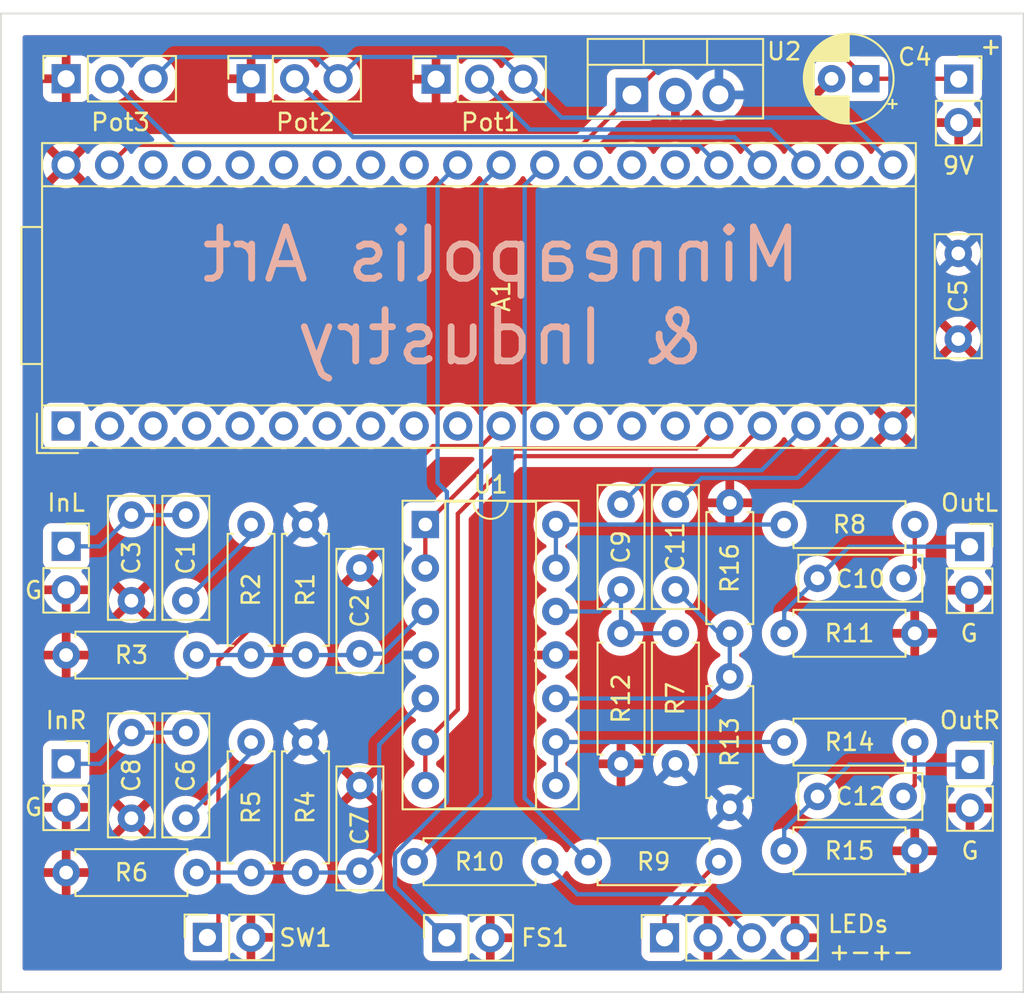
<source format=kicad_pcb>
(kicad_pcb (version 20240108) (generator "pcbnew") (generator_version "8.0")
  (layers (0 "F.Cu" signal) (31 "B.Cu" signal) (34 "B.Paste" user) (35 "F.Paste" user) (36 "B.SilkS" user "B.Silkscreen") (37 "F.SilkS" user "F.Silkscreen") (38 "B.Mask" user) (39 "F.Mask" user) (44 "Edge.Cuts" user))
  (net 0 "")
  (net 26 "GND")
  (net 27 "+9V")
  (net 28 "Net-(A1-Pad31)")
  (net 29 "Net-(A1-Pad30)")
  (net 30 "Net-(A1-Pad29)")
  (net 31 "Net-(A1-Pad25)")
  (net 32 "Net-(A1-Pad24)")
  (net 33 "Net-(A1-Pad23)")
  (net 34 "+3V3")
  (net 35 "Net-(A1-Pad19)")
  (net 36 "Net-(A1-Pad18)")
  (net 37 "Net-(A1-Pad17)")
  (net 38 "Net-(A1-Pad16)")
  (net 39 "Net-(A1-Pad11)")
  (net 40 "Net-(C1-Pad1)")
  (net 41 "Net-(C1-Pad2)")
  (net 42 "Net-(C2-Pad1)")
  (net 43 "+5V")
  (net 44 "Net-(C6-Pad1)")
  (net 45 "Net-(C6-Pad2)")
  (net 46 "Net-(C7-Pad1)")
  (net 47 "Net-(C9-Pad2)")
  (net 48 "Net-(C10-Pad1)")
  (net 49 "Net-(C10-Pad2)")
  (net 50 "Net-(C11-Pad2)")
  (net 51 "Net-(C12-Pad1)")
  (net 52 "Net-(C12-Pad2)")
  (net 53 "Net-(J6-Pad1)")
  (net 54 "Net-(J6-Pad3)")
  (net 55 "Net-(R8-Pad1)")
  (net 56 "Net-(R14-Pad1)")
  (footprint "Resistor_THT:R_Axial_DIN0207_L6.3mm_D2.5mm_P7.62mm_Horizontal" (layer "F.Cu") (at 140.335 118.745 -90)
    (property "Reference" "R4" (at 3.81 0 90) (layer "F.SilkS"))
    (property "Value" "1M")
    (pad "1" thru_hole circle (at 0 0 270) (size 1.6 1.6) (drill 0.8) (layers "*.Cu" "*.Mask") (net 43 "+5V"))
    (pad "2" thru_hole oval (at 7.62 0 270) (size 1.6 1.6) (drill 0.8) (layers "*.Cu" "*.Mask") (net 46 "Net-(C7-Pad1)"))
  )
  (footprint "Package_TO_SOT_THT:TO-220-3_Vertical" (layer "F.Cu") (at 159.385 80.955)
    (property "Reference" "U2" (at 8.89 -2.54 0) (layer "F.SilkS"))
    (property "Value" "LM7805_TO220")
    (pad "1" thru_hole rect (at 0 0) (size 1.905 2) (drill 1.1) (layers "*.Cu" "*.Mask") (net 27 "+9V"))
    (pad "2" thru_hole oval (at 2.54 0) (size 1.905 2) (drill 1.1) (layers "*.Cu" "*.Mask") (net 26 "GND"))
    (pad "3" thru_hole oval (at 5.08 0) (size 1.905 2) (drill 1.1) (layers "*.Cu" "*.Mask") (net 43 "+5V"))
  )
  (footprint "Resistor_THT:R_Axial_DIN0207_L6.3mm_D2.5mm_P7.62mm_Horizontal" (layer "F.Cu") (at 168.275 118.745)
    (property "Reference" "R14" (at 3.81 0 0) (layer "F.SilkS"))
    (property "Value" "100R")
    (pad "1" thru_hole circle (at 0 0) (size 1.6 1.6) (drill 0.8) (layers "*.Cu" "*.Mask") (net 56 "Net-(R14-Pad1)"))
    (pad "2" thru_hole oval (at 7.62 0) (size 1.6 1.6) (drill 0.8) (layers "*.Cu" "*.Mask") (net 51 "Net-(C12-Pad1)"))
  )
  (footprint "Capacitor_THT:C_Rect_L7.0mm_W2.5mm_P5.00mm" (layer "F.Cu") (at 175.22 109.18 180)
    (property "Reference" "C10" (at 2.5 -0.04 0) (layer "F.SilkS"))
    (property "Value" "1u")
    (pad "1" thru_hole circle (at 0 0 180) (size 1.6 1.6) (drill 0.8) (layers "*.Cu" "*.Mask") (net 48 "Net-(C10-Pad1)"))
    (pad "2" thru_hole circle (at 5 0 180) (size 1.6 1.6) (drill 0.8) (layers "*.Cu" "*.Mask") (net 49 "Net-(C10-Pad2)"))
  )
  (footprint "Connector_PinSocket_2.54mm:PinSocket_1x02_P2.54mm_Vertical" (layer "F.Cu") (at 179.12 120.055)
    (property "Reference" "J11" (hide yes))
    (property "Value" "OutR")
    (pad "1" thru_hole rect (at 0 0) (size 1.7 1.7) (drill 1) (layers "*.Cu" "*.Mask") (net 52 "Net-(C12-Pad2)"))
    (pad "2" thru_hole oval (at 0 2.54) (size 1.7 1.7) (drill 1) (layers "*.Cu" "*.Mask") (net 26 "GND"))
  )
  (footprint "Connector_PinSocket_2.54mm:PinSocket_1x02_P2.54mm_Vertical" (layer "F.Cu") (at 179.095 107.335)
    (property "Reference" "J5" (hide yes))
    (property "Value" "OutL")
    (pad "1" thru_hole rect (at 0 0) (size 1.7 1.7) (drill 1) (layers "*.Cu" "*.Mask") (net 49 "Net-(C10-Pad2)"))
    (pad "2" thru_hole oval (at 0 2.54) (size 1.7 1.7) (drill 1) (layers "*.Cu" "*.Mask") (net 26 "GND"))
  )
  (footprint "Capacitor_THT:C_Rect_L7.0mm_W2.5mm_P5.00mm" (layer "F.Cu") (at 143.51 113.585 90)
    (property "Reference" "C2" (at 2.5 0 90) (layer "F.SilkS"))
    (property "Value" "1n")
    (pad "1" thru_hole circle (at 0 0 90) (size 1.6 1.6) (drill 0.8) (layers "*.Cu" "*.Mask") (net 42 "Net-(C2-Pad1)"))
    (pad "2" thru_hole circle (at 5 0 90) (size 1.6 1.6) (drill 0.8) (layers "*.Cu" "*.Mask") (net 26 "GND"))
  )
  (footprint "Connector_PinSocket_2.54mm:PinSocket_1x03_P2.54mm_Vertical" (layer "F.Cu") (at 147.955 80.035 90)
    (property "Reference" "J7" (hide yes))
    (property "Value" "Pot1")
    (pad "1" thru_hole rect (at 0 0 90) (size 1.7 1.7) (drill 1) (layers "*.Cu" "*.Mask") (net 26 "GND"))
    (pad "2" thru_hole oval (at 0 2.54 90) (size 1.7 1.7) (drill 1) (layers "*.Cu" "*.Mask") (net 33 "Net-(A1-Pad23)"))
    (pad "3" thru_hole oval (at 0 5.08 90) (size 1.7 1.7) (drill 1) (layers "*.Cu" "*.Mask") (net 34 "+3V3"))
  )
  (footprint "Connector_PinSocket_2.54mm:PinSocket_1x03_P2.54mm_Vertical" (layer "F.Cu") (at 126.365 80.01 90)
    (property "Reference" "J9" (hide yes))
    (property "Value" "Pot3")
    (pad "1" thru_hole rect (at 0 0 90) (size 1.7 1.7) (drill 1) (layers "*.Cu" "*.Mask") (net 26 "GND"))
    (pad "2" thru_hole oval (at 0 2.54 90) (size 1.7 1.7) (drill 1) (layers "*.Cu" "*.Mask") (net 31 "Net-(A1-Pad25)"))
    (pad "3" thru_hole oval (at 0 5.08 90) (size 1.7 1.7) (drill 1) (layers "*.Cu" "*.Mask") (net 34 "+3V3"))
  )
  (footprint "Capacitor_THT:C_Rect_L7.0mm_W2.5mm_P5.00mm" (layer "F.Cu") (at 161.925 104.855 -90)
    (property "Reference" "C11" (at 2.5 0 90) (layer "F.SilkS"))
    (property "Value" "1u")
    (pad "1" thru_hole circle (at 0 0 270) (size 1.6 1.6) (drill 0.8) (layers "*.Cu" "*.Mask") (net 35 "Net-(A1-Pad19)"))
    (pad "2" thru_hole circle (at 5 0 270) (size 1.6 1.6) (drill 0.8) (layers "*.Cu" "*.Mask") (net 50 "Net-(C11-Pad2)"))
  )
  (footprint "Capacitor_THT:C_Rect_L7.0mm_W2.5mm_P5.00mm" (layer "F.Cu") (at 143.51 126.285 90)
    (property "Reference" "C7" (at 2.5 0 90) (layer "F.SilkS"))
    (property "Value" "1n")
    (pad "1" thru_hole circle (at 0 0 90) (size 1.6 1.6) (drill 0.8) (layers "*.Cu" "*.Mask") (net 46 "Net-(C7-Pad1)"))
    (pad "2" thru_hole circle (at 5 0 90) (size 1.6 1.6) (drill 0.8) (layers "*.Cu" "*.Mask") (net 26 "GND"))
  )
  (footprint "Resistor_THT:R_Axial_DIN0207_L6.3mm_D2.5mm_P7.62mm_Horizontal" (layer "F.Cu") (at 140.335 106.045 -90)
    (property "Reference" "R1" (at 3.81 0 90) (layer "F.SilkS"))
    (property "Value" "1M")
    (pad "1" thru_hole circle (at 0 0 270) (size 1.6 1.6) (drill 0.8) (layers "*.Cu" "*.Mask") (net 43 "+5V"))
    (pad "2" thru_hole oval (at 7.62 0 270) (size 1.6 1.6) (drill 0.8) (layers "*.Cu" "*.Mask") (net 42 "Net-(C2-Pad1)"))
  )
  (footprint "Connector_PinSocket_2.54mm:PinSocket_1x03_P2.54mm_Vertical" (layer "F.Cu") (at 137.16 80.01 90)
    (property "Reference" "J8" (hide yes))
    (property "Value" "Pot2")
    (pad "1" thru_hole rect (at 0 0 90) (size 1.7 1.7) (drill 1) (layers "*.Cu" "*.Mask") (net 26 "GND"))
    (pad "2" thru_hole oval (at 0 2.54 90) (size 1.7 1.7) (drill 1) (layers "*.Cu" "*.Mask") (net 32 "Net-(A1-Pad24)"))
    (pad "3" thru_hole oval (at 0 5.08 90) (size 1.7 1.7) (drill 1) (layers "*.Cu" "*.Mask") (net 34 "+3V3"))
  )
  (footprint "Connector_PinSocket_2.54mm:PinSocket_1x02_P2.54mm_Vertical" (layer "F.Cu") (at 178.46 80.03)
    (property "Reference" "J2" (hide yes))
    (property "Value" "Power")
    (pad "1" thru_hole rect (at 0 0) (size 1.7 1.7) (drill 1) (layers "*.Cu" "*.Mask") (net 27 "+9V"))
    (pad "2" thru_hole oval (at 0 2.54) (size 1.7 1.7) (drill 1) (layers "*.Cu" "*.Mask") (net 26 "GND"))
  )
  (footprint "Resistor_THT:R_Axial_DIN0207_L6.3mm_D2.5mm_P7.62mm_Horizontal" (layer "F.Cu") (at 137.16 118.745 -90)
    (property "Reference" "R5" (at 3.81 0 90) (layer "F.SilkS"))
    (property "Value" "1K")
    (pad "1" thru_hole circle (at 0 0 270) (size 1.6 1.6) (drill 0.8) (layers "*.Cu" "*.Mask") (net 44 "Net-(C6-Pad1)"))
    (pad "2" thru_hole oval (at 7.62 0 270) (size 1.6 1.6) (drill 0.8) (layers "*.Cu" "*.Mask") (net 46 "Net-(C7-Pad1)"))
  )
  (footprint "Connector_PinSocket_2.54mm:PinSocket_1x04_P2.54mm_Vertical" (layer "F.Cu") (at 161.29 130.175 90)
    (property "Reference" "J6" (hide yes))
    (property "Value" "LEDs")
    (pad "1" thru_hole rect (at 0 0 90) (size 1.7 1.7) (drill 1) (layers "*.Cu" "*.Mask") (net 53 "Net-(J6-Pad1)"))
    (pad "2" thru_hole oval (at 0 2.54 90) (size 1.7 1.7) (drill 1) (layers "*.Cu" "*.Mask") (net 26 "GND"))
    (pad "3" thru_hole oval (at 0 5.08 90) (size 1.7 1.7) (drill 1) (layers "*.Cu" "*.Mask") (net 54 "Net-(J6-Pad3)"))
    (pad "4" thru_hole oval (at 0 7.62 90) (size 1.7 1.7) (drill 1) (layers "*.Cu" "*.Mask") (net 26 "GND"))
  )
  (footprint "Resistor_THT:R_Axial_DIN0207_L6.3mm_D2.5mm_P7.62mm_Horizontal" (layer "F.Cu") (at 154.305 125.73 180)
    (property "Reference" "R10" (at 3.81 0 0) (layer "F.SilkS"))
    (property "Value" "3K3")
    (pad "1" thru_hole circle (at 0 0 180) (size 1.6 1.6) (drill 0.8) (layers "*.Cu" "*.Mask") (net 54 "Net-(J6-Pad3)"))
    (pad "2" thru_hole oval (at 7.62 0 180) (size 1.6 1.6) (drill 0.8) (layers "*.Cu" "*.Mask") (net 29 "Net-(A1-Pad30)"))
  )
  (footprint "Resistor_THT:R_Axial_DIN0207_L6.3mm_D2.5mm_P7.62mm_Horizontal" (layer "F.Cu") (at 133.985 113.665 180)
    (property "Reference" "R3" (at 3.81 0 0) (layer "F.SilkS"))
    (property "Value" "1M")
    (pad "1" thru_hole circle (at 0 0 180) (size 1.6 1.6) (drill 0.8) (layers "*.Cu" "*.Mask") (net 42 "Net-(C2-Pad1)"))
    (pad "2" thru_hole oval (at 7.62 0 180) (size 1.6 1.6) (drill 0.8) (layers "*.Cu" "*.Mask") (net 26 "GND"))
  )
  (footprint "Resistor_THT:R_Axial_DIN0207_L6.3mm_D2.5mm_P7.62mm_Horizontal" (layer "F.Cu") (at 165.1 122.555 90)
    (property "Reference" "R13" (at 3.81 0 90) (layer "F.SilkS"))
    (property "Value" "1M")
    (pad "1" thru_hole circle (at 0 0 90) (size 1.6 1.6) (drill 0.8) (layers "*.Cu" "*.Mask") (net 43 "+5V"))
    (pad "2" thru_hole oval (at 7.62 0 90) (size 1.6 1.6) (drill 0.8) (layers "*.Cu" "*.Mask") (net 50 "Net-(C11-Pad2)"))
  )
  (footprint "Resistor_THT:R_Axial_DIN0207_L6.3mm_D2.5mm_P7.62mm_Horizontal" (layer "F.Cu") (at 165.1 112.395 90)
    (property "Reference" "R16" (at 3.81 0 90) (layer "F.SilkS"))
    (property "Value" "1M")
    (pad "1" thru_hole circle (at 0 0 90) (size 1.6 1.6) (drill 0.8) (layers "*.Cu" "*.Mask") (net 50 "Net-(C11-Pad2)"))
    (pad "2" thru_hole oval (at 7.62 0 90) (size 1.6 1.6) (drill 0.8) (layers "*.Cu" "*.Mask") (net 26 "GND"))
  )
  (footprint "Capacitor_THT:C_Rect_L7.0mm_W2.5mm_P5.00mm" (layer "F.Cu") (at 175.22 121.92 180)
    (property "Reference" "C12" (at 2.5 0 0) (layer "F.SilkS"))
    (property "Value" "1u")
    (pad "1" thru_hole circle (at 0 0 180) (size 1.6 1.6) (drill 0.8) (layers "*.Cu" "*.Mask") (net 51 "Net-(C12-Pad1)"))
    (pad "2" thru_hole circle (at 5 0 180) (size 1.6 1.6) (drill 0.8) (layers "*.Cu" "*.Mask") (net 52 "Net-(C12-Pad2)"))
  )
  (footprint "Capacitor_THT:C_Rect_L7.0mm_W2.5mm_P5.00mm" (layer "F.Cu") (at 178.435 90.21 -90)
    (property "Reference" "C5" (at 2.5 0 90) (layer "F.SilkS"))
    (property "Value" "100n")
    (pad "1" thru_hole circle (at 0 0 270) (size 1.6 1.6) (drill 0.8) (layers "*.Cu" "*.Mask") (net 43 "+5V"))
    (pad "2" thru_hole circle (at 5 0 270) (size 1.6 1.6) (drill 0.8) (layers "*.Cu" "*.Mask") (net 26 "GND"))
  )
  (footprint "Resistor_THT:R_Axial_DIN0207_L6.3mm_D2.5mm_P7.62mm_Horizontal" (layer "F.Cu") (at 158.75 112.395 -90)
    (property "Reference" "R12" (at 3.81 0 90) (layer "F.SilkS"))
    (property "Value" "1M")
    (pad "1" thru_hole circle (at 0 0 270) (size 1.6 1.6) (drill 0.8) (layers "*.Cu" "*.Mask") (net 47 "Net-(C9-Pad2)"))
    (pad "2" thru_hole oval (at 7.62 0 270) (size 1.6 1.6) (drill 0.8) (layers "*.Cu" "*.Mask") (net 26 "GND"))
  )
  (footprint "Connector_PinSocket_2.54mm:PinSocket_1x02_P2.54mm_Vertical" (layer "F.Cu") (at 126.365 107.315)
    (property "Reference" "J1" (hide yes))
    (property "Value" "In L")
    (pad "1" thru_hole rect (at 0 0) (size 1.7 1.7) (drill 1) (layers "*.Cu" "*.Mask") (net 41 "Net-(C1-Pad2)"))
    (pad "2" thru_hole oval (at 0 2.54) (size 1.7 1.7) (drill 1) (layers "*.Cu" "*.Mask") (net 26 "GND"))
  )
  (footprint "Capacitor_THT:C_Rect_L7.0mm_W2.5mm_P5.00mm" (layer "F.Cu") (at 133.35 110.49 90)
    (property "Reference" "C1" (at 2.5 0 90) (layer "F.SilkS"))
    (property "Value" "1u")
    (pad "1" thru_hole circle (at 0 0 90) (size 1.6 1.6) (drill 0.8) (layers "*.Cu" "*.Mask") (net 40 "Net-(C1-Pad1)"))
    (pad "2" thru_hole circle (at 5 0 90) (size 1.6 1.6) (drill 0.8) (layers "*.Cu" "*.Mask") (net 41 "Net-(C1-Pad2)"))
  )
  (footprint "Resistor_THT:R_Axial_DIN0207_L6.3mm_D2.5mm_P7.62mm_Horizontal" (layer "F.Cu") (at 168.275 125.095)
    (property "Reference" "R15" (at 3.81 0 0) (layer "F.SilkS"))
    (property "Value" "100K")
    (pad "1" thru_hole circle (at 0 0) (size 1.6 1.6) (drill 0.8) (layers "*.Cu" "*.Mask") (net 52 "Net-(C12-Pad2)"))
    (pad "2" thru_hole oval (at 7.62 0) (size 1.6 1.6) (drill 0.8) (layers "*.Cu" "*.Mask") (net 26 "GND"))
  )
  (footprint "Resistor_THT:R_Axial_DIN0207_L6.3mm_D2.5mm_P7.62mm_Horizontal" (layer "F.Cu") (at 168.275 112.395)
    (property "Reference" "R11" (at 3.81 0 0) (layer "F.SilkS"))
    (property "Value" "100K")
    (pad "1" thru_hole circle (at 0 0) (size 1.6 1.6) (drill 0.8) (layers "*.Cu" "*.Mask") (net 49 "Net-(C10-Pad2)"))
    (pad "2" thru_hole oval (at 7.62 0) (size 1.6 1.6) (drill 0.8) (layers "*.Cu" "*.Mask") (net 26 "GND"))
  )
  (footprint "Resistor_THT:R_Axial_DIN0207_L6.3mm_D2.5mm_P7.62mm_Horizontal" (layer "F.Cu") (at 137.16 106.045 -90)
    (property "Reference" "R2" (at 3.81 0 90) (layer "F.SilkS"))
    (property "Value" "1K")
    (pad "1" thru_hole circle (at 0 0 270) (size 1.6 1.6) (drill 0.8) (layers "*.Cu" "*.Mask") (net 40 "Net-(C1-Pad1)"))
    (pad "2" thru_hole oval (at 7.62 0 270) (size 1.6 1.6) (drill 0.8) (layers "*.Cu" "*.Mask") (net 42 "Net-(C2-Pad1)"))
  )
  (footprint "Resistor_THT:R_Axial_DIN0207_L6.3mm_D2.5mm_P7.62mm_Horizontal" (layer "F.Cu") (at 133.985 126.365 180)
    (property "Reference" "R6" (at 3.81 0 0) (layer "F.SilkS"))
    (property "Value" "1M")
    (pad "1" thru_hole circle (at 0 0 180) (size 1.6 1.6) (drill 0.8) (layers "*.Cu" "*.Mask") (net 46 "Net-(C7-Pad1)"))
    (pad "2" thru_hole oval (at 7.62 0 180) (size 1.6 1.6) (drill 0.8) (layers "*.Cu" "*.Mask") (net 26 "GND"))
  )
  (footprint "Resistor_THT:R_Axial_DIN0207_L6.3mm_D2.5mm_P7.62mm_Horizontal" (layer "F.Cu") (at 168.275 106.045)
    (property "Reference" "R8" (at 3.81 0 0) (layer "F.SilkS"))
    (property "Value" "100R")
    (pad "1" thru_hole circle (at 0 0) (size 1.6 1.6) (drill 0.8) (layers "*.Cu" "*.Mask") (net 55 "Net-(R8-Pad1)"))
    (pad "2" thru_hole oval (at 7.62 0) (size 1.6 1.6) (drill 0.8) (layers "*.Cu" "*.Mask") (net 48 "Net-(C10-Pad1)"))
  )
  (footprint "Resistor_THT:R_Axial_DIN0207_L6.3mm_D2.5mm_P7.62mm_Horizontal" (layer "F.Cu") (at 161.925 120.015 90)
    (property "Reference" "R7" (at 3.81 0 90) (layer "F.SilkS"))
    (property "Value" "1M")
    (pad "1" thru_hole circle (at 0 0 90) (size 1.6 1.6) (drill 0.8) (layers "*.Cu" "*.Mask") (net 43 "+5V"))
    (pad "2" thru_hole oval (at 7.62 0 90) (size 1.6 1.6) (drill 0.8) (layers "*.Cu" "*.Mask") (net 47 "Net-(C9-Pad2)"))
  )
  (footprint "Capacitor_THT:CP_Radial_D5.0mm_P2.00mm" (layer "F.Cu") (at 173.040113 80.01 180)
    (property "Reference" "C4" (at -2.854887 1.27 0) (layer "F.SilkS"))
    (property "Value" "100u")
    (pad "1" thru_hole rect (at 0 0 180) (size 1.6 1.6) (drill 0.8) (layers "*.Cu" "*.Mask") (net 27 "+9V"))
    (pad "2" thru_hole circle (at 2 0 180) (size 1.6 1.6) (drill 0.8) (layers "*.Cu" "*.Mask") (net 26 "GND"))
  )
  (footprint "Capacitor_THT:C_Rect_L7.0mm_W2.5mm_P5.00mm" (layer "F.Cu") (at 158.75 104.855 -90)
    (property "Reference" "C9" (at 2.5 0 90) (layer "F.SilkS"))
    (property "Value" "1u")
    (pad "1" thru_hole circle (at 0 0 270) (size 1.6 1.6) (drill 0.8) (layers "*.Cu" "*.Mask") (net 36 "Net-(A1-Pad18)"))
    (pad "2" thru_hole circle (at 5 0 270) (size 1.6 1.6) (drill 0.8) (layers "*.Cu" "*.Mask") (net 47 "Net-(C9-Pad2)"))
  )
  (footprint "Capacitor_THT:C_Rect_L7.0mm_W2.5mm_P5.00mm" (layer "F.Cu") (at 133.35 123.19 90)
    (property "Reference" "C6" (at 2.5 0 90) (layer "F.SilkS"))
    (property "Value" "1u")
    (pad "1" thru_hole circle (at 0 0 90) (size 1.6 1.6) (drill 0.8) (layers "*.Cu" "*.Mask") (net 44 "Net-(C6-Pad1)"))
    (pad "2" thru_hole circle (at 5 0 90) (size 1.6 1.6) (drill 0.8) (layers "*.Cu" "*.Mask") (net 45 "Net-(C6-Pad2)"))
  )
  (footprint "Resistor_THT:R_Axial_DIN0207_L6.3mm_D2.5mm_P7.62mm_Horizontal" (layer "F.Cu") (at 164.465 125.73 180)
    (property "Reference" "R9" (at 3.81 0 0) (layer "F.SilkS"))
    (property "Value" "3K3")
    (pad "1" thru_hole circle (at 0 0 180) (size 1.6 1.6) (drill 0.8) (layers "*.Cu" "*.Mask") (net 53 "Net-(J6-Pad1)"))
    (pad "2" thru_hole oval (at 7.62 0 180) (size 1.6 1.6) (drill 0.8) (layers "*.Cu" "*.Mask") (net 30 "Net-(A1-Pad29)"))
  )
  (footprint "Connector_PinSocket_2.54mm:PinSocket_1x02_P2.54mm_Vertical" (layer "F.Cu") (at 134.61 130.15 90)
    (property "Reference" "J4" (hide yes))
    (property "Value" "SW1")
    (pad "1" thru_hole rect (at 0 0 90) (size 1.7 1.7) (drill 1) (layers "*.Cu" "*.Mask") (net 39 "Net-(A1-Pad11)"))
    (pad "2" thru_hole oval (at 0 2.54 90) (size 1.7 1.7) (drill 1) (layers "*.Cu" "*.Mask") (net 26 "GND"))
  )
  (footprint "Connector_PinSocket_2.54mm:PinSocket_1x02_P2.54mm_Vertical" (layer "F.Cu") (at 148.58 130.175 90)
    (property "Reference" "J10" (hide yes))
    (property "Value" "FS1")
    (pad "1" thru_hole rect (at 0 0 90) (size 1.7 1.7) (drill 1) (layers "*.Cu" "*.Mask") (net 28 "Net-(A1-Pad31)"))
    (pad "2" thru_hole oval (at 0 2.54 90) (size 1.7 1.7) (drill 1) (layers "*.Cu" "*.Mask") (net 26 "GND"))
  )
  (footprint "Package_DIP:DIP-14_W7.62mm_Socket" (layer "F.Cu") (at 147.33 106.04)
    (property "Reference" "U1" (at 3.81 -2.33 0) (layer "F.SilkS"))
    (property "Value" "TL074")
    (pad "1" thru_hole rect (at 0 0) (size 1.6 1.6) (drill 0.8) (layers "*.Cu" "*.Mask") (net 38 "Net-(A1-Pad16)"))
    (pad "2" thru_hole oval (at 0 2.54) (size 1.6 1.6) (drill 0.8) (layers "*.Cu" "*.Mask") (net 38 "Net-(A1-Pad16)"))
    (pad "3" thru_hole oval (at 0 5.08) (size 1.6 1.6) (drill 0.8) (layers "*.Cu" "*.Mask") (net 42 "Net-(C2-Pad1)"))
    (pad "4" thru_hole oval (at 0 7.62) (size 1.6 1.6) (drill 0.8) (layers "*.Cu" "*.Mask") (net 43 "+5V"))
    (pad "5" thru_hole oval (at 0 10.16) (size 1.6 1.6) (drill 0.8) (layers "*.Cu" "*.Mask") (net 46 "Net-(C7-Pad1)"))
    (pad "6" thru_hole oval (at 0 12.7) (size 1.6 1.6) (drill 0.8) (layers "*.Cu" "*.Mask") (net 37 "Net-(A1-Pad17)"))
    (pad "7" thru_hole oval (at 0 15.24) (size 1.6 1.6) (drill 0.8) (layers "*.Cu" "*.Mask") (net 37 "Net-(A1-Pad17)"))
    (pad "8" thru_hole oval (at 7.62 15.24) (size 1.6 1.6) (drill 0.8) (layers "*.Cu" "*.Mask") (net 56 "Net-(R14-Pad1)"))
    (pad "9" thru_hole oval (at 7.62 12.7) (size 1.6 1.6) (drill 0.8) (layers "*.Cu" "*.Mask") (net 56 "Net-(R14-Pad1)"))
    (pad "10" thru_hole oval (at 7.62 10.16) (size 1.6 1.6) (drill 0.8) (layers "*.Cu" "*.Mask") (net 50 "Net-(C11-Pad2)"))
    (pad "11" thru_hole oval (at 7.62 7.62) (size 1.6 1.6) (drill 0.8) (layers "*.Cu" "*.Mask") (net 26 "GND"))
    (pad "12" thru_hole oval (at 7.62 5.08) (size 1.6 1.6) (drill 0.8) (layers "*.Cu" "*.Mask") (net 47 "Net-(C9-Pad2)"))
    (pad "13" thru_hole oval (at 7.62 2.54) (size 1.6 1.6) (drill 0.8) (layers "*.Cu" "*.Mask") (net 55 "Net-(R8-Pad1)"))
    (pad "14" thru_hole oval (at 7.62 0) (size 1.6 1.6) (drill 0.8) (layers "*.Cu" "*.Mask") (net 55 "Net-(R8-Pad1)"))
  )
  (footprint "Capacitor_THT:C_Rect_L7.0mm_W2.5mm_P5.00mm" (layer "F.Cu") (at 130.175 105.49 -90)
    (property "Reference" "C3" (at 2.5 0 90) (layer "F.SilkS"))
    (property "Value" "100p")
    (pad "1" thru_hole circle (at 0 0 270) (size 1.6 1.6) (drill 0.8) (layers "*.Cu" "*.Mask") (net 41 "Net-(C1-Pad2)"))
    (pad "2" thru_hole circle (at 5 0 270) (size 1.6 1.6) (drill 0.8) (layers "*.Cu" "*.Mask") (net 26 "GND"))
  )
  (footprint "Connector_PinSocket_2.54mm:PinSocket_1x02_P2.54mm_Vertical" (layer "F.Cu") (at 126.365 120.015)
    (property "Reference" "J3" (hide yes))
    (property "Value" "In R")
    (pad "1" thru_hole rect (at 0 0) (size 1.7 1.7) (drill 1) (layers "*.Cu" "*.Mask") (net 45 "Net-(C6-Pad2)"))
    (pad "2" thru_hole oval (at 0 2.54) (size 1.7 1.7) (drill 1) (layers "*.Cu" "*.Mask") (net 26 "GND"))
  )
  (footprint "Device_Audio_Electrosmith_Daisy_Seed:Device_Audio_Electrosmith_Daisy_Seed" (layer "F.Cu") (at 126.36 100.2875 90)
    (property "Reference" "A1" (at 7.5775 25.405 90) (layer "F.SilkS"))
    (property "Value" "Device_Audio_Electrosmith_Daisy_Seed_Rev4")
    (pad "1" thru_hole rect (at 0 0 90) (size 1.7 1.7) (drill 1) (layers "*.Cu" "*.Mask"))
    (pad "2" thru_hole circle (at 0 2.54 90) (size 1.7 1.7) (drill 1) (layers "*.Cu" "*.Mask"))
    (pad "3" thru_hole circle (at 0 5.08 90) (size 1.7 1.7) (drill 1) (layers "*.Cu" "*.Mask"))
    (pad "4" thru_hole circle (at 0 7.62 90) (size 1.7 1.7) (drill 1) (layers "*.Cu" "*.Mask"))
    (pad "5" thru_hole circle (at 0 10.16 90) (size 1.7 1.7) (drill 1) (layers "*.Cu" "*.Mask"))
    (pad "6" thru_hole circle (at 0 12.7 90) (size 1.7 1.7) (drill 1) (layers "*.Cu" "*.Mask"))
    (pad "7" thru_hole circle (at 0 15.24 90) (size 1.7 1.7) (drill 1) (layers "*.Cu" "*.Mask"))
    (pad "8" thru_hole circle (at 0 17.78 90) (size 1.7 1.7) (drill 1) (layers "*.Cu" "*.Mask"))
    (pad "9" thru_hole circle (at 0 20.32 90) (size 1.7 1.7) (drill 1) (layers "*.Cu" "*.Mask"))
    (pad "10" thru_hole circle (at 0 22.86 90) (size 1.7 1.7) (drill 1) (layers "*.Cu" "*.Mask"))
    (pad "11" thru_hole circle (at 0 25.4 90) (size 1.7 1.7) (drill 1) (layers "*.Cu" "*.Mask") (net 39 "Net-(A1-Pad11)"))
    (pad "12" thru_hole circle (at 0 27.94 90) (size 1.7 1.7) (drill 1) (layers "*.Cu" "*.Mask"))
    (pad "13" thru_hole circle (at 0 30.48 90) (size 1.7 1.7) (drill 1) (layers "*.Cu" "*.Mask"))
    (pad "14" thru_hole circle (at 0 33.02 90) (size 1.7 1.7) (drill 1) (layers "*.Cu" "*.Mask"))
    (pad "15" thru_hole circle (at 0 35.56 90) (size 1.7 1.7) (drill 1) (layers "*.Cu" "*.Mask"))
    (pad "16" thru_hole circle (at 0 38.1 90) (size 1.7 1.7) (drill 1) (layers "*.Cu" "*.Mask") (net 38 "Net-(A1-Pad16)"))
    (pad "17" thru_hole circle (at 0 40.64 90) (size 1.7 1.7) (drill 1) (layers "*.Cu" "*.Mask") (net 37 "Net-(A1-Pad17)"))
    (pad "18" thru_hole circle (at 0 43.18 90) (size 1.7 1.7) (drill 1) (layers "*.Cu" "*.Mask") (net 36 "Net-(A1-Pad18)"))
    (pad "19" thru_hole circle (at 0 45.72 90) (size 1.7 1.7) (drill 1) (layers "*.Cu" "*.Mask") (net 35 "Net-(A1-Pad19)"))
    (pad "20" thru_hole circle (at 0 48.26 90) (size 1.7 1.7) (drill 1) (layers "*.Cu" "*.Mask") (net 26 "GND"))
    (pad "21" thru_hole circle (at 15.24 48.26 90) (size 1.7 1.7) (drill 1) (layers "*.Cu" "*.Mask") (net 34 "+3V3"))
    (pad "22" thru_hole circle (at 15.24 45.72 90) (size 1.7 1.7) (drill 1) (layers "*.Cu" "*.Mask"))
    (pad "23" thru_hole circle (at 15.24 43.18 90) (size 1.7 1.7) (drill 1) (layers "*.Cu" "*.Mask") (net 33 "Net-(A1-Pad23)"))
    (pad "24" thru_hole circle (at 15.24 40.64 90) (size 1.7 1.7) (drill 1) (layers "*.Cu" "*.Mask") (net 32 "Net-(A1-Pad24)"))
    (pad "25" thru_hole circle (at 15.24 38.1 90) (size 1.7 1.7) (drill 1) (layers "*.Cu" "*.Mask") (net 31 "Net-(A1-Pad25)"))
    (pad "26" thru_hole circle (at 15.24 35.56 90) (size 1.7 1.7) (drill 1) (layers "*.Cu" "*.Mask"))
    (pad "27" thru_hole circle (at 15.24 33.02 90) (size 1.7 1.7) (drill 1) (layers "*.Cu" "*.Mask"))
    (pad "28" thru_hole circle (at 15.24 30.48 90) (size 1.7 1.7) (drill 1) (layers "*.Cu" "*.Mask"))
    (pad "29" thru_hole circle (at 15.24 27.94 90) (size 1.7 1.7) (drill 1) (layers "*.Cu" "*.Mask") (net 30 "Net-(A1-Pad29)"))
    (pad "30" thru_hole circle (at 15.24 25.4 90) (size 1.7 1.7) (drill 1) (layers "*.Cu" "*.Mask") (net 29 "Net-(A1-Pad30)"))
    (pad "31" thru_hole circle (at 15.24 22.86 90) (size 1.7 1.7) (drill 1) (layers "*.Cu" "*.Mask") (net 28 "Net-(A1-Pad31)"))
    (pad "32" thru_hole circle (at 15.24 20.32 90) (size 1.7 1.7) (drill 1) (layers "*.Cu" "*.Mask"))
    (pad "33" thru_hole circle (at 15.24 17.78 90) (size 1.7 1.7) (drill 1) (layers "*.Cu" "*.Mask"))
    (pad "34" thru_hole circle (at 15.24 15.24 90) (size 1.7 1.7) (drill 1) (layers "*.Cu" "*.Mask"))
    (pad "35" thru_hole circle (at 15.24 12.7 90) (size 1.7 1.7) (drill 1) (layers "*.Cu" "*.Mask"))
    (pad "36" thru_hole circle (at 15.24 10.16 90) (size 1.7 1.7) (drill 1) (layers "*.Cu" "*.Mask"))
    (pad "37" thru_hole circle (at 15.24 7.62 90) (size 1.7 1.7) (drill 1) (layers "*.Cu" "*.Mask"))
    (pad "38" thru_hole circle (at 15.24 5.08 90) (size 1.7 1.7) (drill 1) (layers "*.Cu" "*.Mask"))
    (pad "39" thru_hole circle (at 15.24 2.54 90) (size 1.7 1.7) (drill 1) (layers "*.Cu" "*.Mask") (net 27 "+9V"))
    (pad "40" thru_hole circle (at 15.24 0 90) (size 1.7 1.7) (drill 1) (layers "*.Cu" "*.Mask") (net 26 "GND"))
  )
  (footprint "Capacitor_THT:C_Rect_L7.0mm_W2.5mm_P5.00mm" (layer "F.Cu") (at 130.175 118.19 -90)
    (property "Reference" "C8" (at 2.5 0 90) (layer "F.SilkS"))
    (property "Value" "100p")
    (pad "1" thru_hole circle (at 0 0 270) (size 1.6 1.6) (drill 0.8) (layers "*.Cu" "*.Mask") (net 45 "Net-(C6-Pad2)"))
    (pad "2" thru_hole circle (at 5 0 270) (size 1.6 1.6) (drill 0.8) (layers "*.Cu" "*.Mask") (net 26 "GND"))
  )
  (gr_rect (start 122.555 76.2) (end 182.245 133.35) (stroke (width 0.1)) (fill none) (layer "Edge.Cuts"))
  (gr_text "Minneapolis Art\n& Industry" (at 151.765 92.71 0) (layer "B.SilkS") (effects (font (size 3 3) (thickness 0.4)) (justify mirror)))
  (gr_text "Pot3" (at 129.54 82.55 0) (layer "F.SilkS") (effects (font (size 1 1))))
  (gr_text "OutR" (at 179.12 117.475 0) (layer "F.SilkS") (effects (font (size 1 1))))
  (gr_text "G" (at 179.07 112.395 0) (layer "F.SilkS") (effects (font (size 1 1))))
  (gr_text "9V" (at 178.435 85.09 0) (layer "F.SilkS") (effects (font (size 1 1))))
  (gr_text "G" (at 124.46 122.555 0) (layer "F.SilkS") (effects (font (size 1 1))))
  (gr_text "Pot1" (at 151.13 82.55 0) (layer "F.SilkS") (effects (font (size 1 1))))
  (gr_text "G" (at 124.46 109.885 0) (layer "F.SilkS") (effects (font (size 1 1))))
  (gr_text "OutL" (at 179.095 104.775 0) (layer "F.SilkS") (effects (font (size 1 1))))
  (gr_text "InR" (at 126.365 117.475 0) (layer "F.SilkS") (effects (font (size 1 1))))
  (gr_text "FS1" (at 154.305 130.175 0) (layer "F.SilkS") (effects (font (size 1 1))))
  (gr_text "LEDs  \n+-+-" (at 173.355 130.175 0) (layer "F.SilkS") (effects (font (size 1 1))))
  (gr_text "Pot2" (at 140.335 82.55 0) (layer "F.SilkS") (effects (font (size 1 1))))
  (gr_text "+" (at 180.34 78.105 0) (layer "F.SilkS") (effects (font (size 1 1))))
  (gr_text "SW1" (at 140.335 130.175 0) (layer "F.SilkS") (effects (font (size 1 1))))
  (gr_text "InL" (at 126.365 104.775 0) (layer "F.SilkS") (effects (font (size 1 1))))
  (gr_text "G" (at 179.12 125.095 0) (layer "F.SilkS") (effects (font (size 1 1))))
  (segment (start 156.4675 83.8725) (end 130.075 83.8725) (width 0.25) (layer "F.Cu") (net 27))
  (segment (start 178.44 80.01) (end 178.46 80.03) (width 0.25) (layer "F.Cu") (net 27))
  (segment (start 173.040113 80.01) (end 178.44 80.01) (width 0.25) (layer "F.Cu") (net 27))
  (segment (start 171.915113 78.885) (end 161.455 78.885) (width 0.25) (layer "F.Cu") (net 27))
  (segment (start 161.455 78.885) (end 159.385 80.955) (width 0.25) (layer "F.Cu") (net 27))
  (segment (start 159.385 80.955) (end 156.4675 83.8725) (width 0.25) (layer "F.Cu") (net 27))
  (segment (start 130.075 83.8725) (end 128.9 85.0475) (width 0.25) (layer "F.Cu") (net 27))
  (segment (start 173.040113 80.01) (end 171.915113 78.885) (width 0.25) (layer "F.Cu") (net 27))
  (segment (start 148.59 104.14) (end 148.59 122.234009) (width 0.25) (layer "B.Cu") (net 28))
  (segment (start 148.59 122.234009) (end 145.56 125.264009) (width 0.25) (layer "B.Cu") (net 28))
  (segment (start 148.045 86.2225) (end 148.045 103.595) (width 0.25) (layer "B.Cu") (net 28))
  (segment (start 145.56 125.264009) (end 145.56 127.155) (width 0.25) (layer "B.Cu") (net 28))
  (segment (start 145.56 127.155) (end 148.58 130.175) (width 0.25) (layer "B.Cu") (net 28))
  (segment (start 149.22 85.0475) (end 148.045 86.2225) (width 0.25) (layer "B.Cu") (net 28))
  (segment (start 148.045 103.595) (end 148.59 104.14) (width 0.25) (layer "B.Cu") (net 28))
  (segment (start 150.585 121.83) (end 146.685 125.73) (width 0.25) (layer "B.Cu") (net 29))
  (segment (start 150.585 86.2225) (end 150.585 121.83) (width 0.25) (layer "B.Cu") (net 29))
  (segment (start 151.76 85.0475) (end 150.585 86.2225) (width 0.25) (layer "B.Cu") (net 29))
  (segment (start 154.3 85.0475) (end 153.125 86.2225) (width 0.25) (layer "B.Cu") (net 30))
  (segment (start 153.125 86.2225) (end 153.125 122.01) (width 0.25) (layer "B.Cu") (net 30))
  (segment (start 153.125 122.01) (end 156.845 125.73) (width 0.25) (layer "B.Cu") (net 30))
  (segment (start 132.7675 83.8725) (end 163.285 83.8725) (width 0.25) (layer "B.Cu") (net 31))
  (segment (start 163.285 83.8725) (end 164.46 85.0475) (width 0.25) (layer "B.Cu") (net 31))
  (segment (start 128.905 80.01) (end 132.7675 83.8725) (width 0.25) (layer "B.Cu") (net 31))
  (segment (start 139.7 80.01) (end 143.1125 83.4225) (width 0.25) (layer "B.Cu") (net 32))
  (segment (start 165.375 83.4225) (end 167 85.0475) (width 0.25) (layer "B.Cu") (net 32))
  (segment (start 143.1125 83.4225) (end 165.375 83.4225) (width 0.25) (layer "B.Cu") (net 32))
  (segment (start 153.4325 82.9725) (end 167.465 82.9725) (width 0.25) (layer "B.Cu") (net 33))
  (segment (start 167.465 82.9725) (end 169.54 85.0475) (width 0.25) (layer "B.Cu") (net 33))
  (segment (start 150.495 80.035) (end 153.4325 82.9725) (width 0.25) (layer "B.Cu") (net 33))
  (segment (start 143.51 78.74) (end 142.24 80.01) (width 0.25) (layer "B.Cu") (net 34))
  (segment (start 153.035 80.035) (end 155.28 82.28) (width 0.25) (layer "B.Cu") (net 34))
  (segment (start 140.97 78.74) (end 132.715 78.74) (width 0.25) (layer "B.Cu") (net 34))
  (segment (start 171.8525 82.28) (end 174.62 85.0475) (width 0.25) (layer "B.Cu") (net 34))
  (segment (start 151.74 78.74) (end 143.51 78.74) (width 0.25) (layer "B.Cu") (net 34))
  (segment (start 153.035 80.035) (end 151.74 78.74) (width 0.25) (layer "B.Cu") (net 34))
  (segment (start 155.28 82.28) (end 171.8525 82.28) (width 0.25) (layer "B.Cu") (net 34))
  (segment (start 142.24 80.01) (end 140.97 78.74) (width 0.25) (layer "B.Cu") (net 34))
  (segment (start 132.715 78.74) (end 131.445 80.01) (width 0.25) (layer "B.Cu") (net 34))
  (segment (start 163.46 103.32) (end 169.0475 103.32) (width 0.25) (layer "B.Cu") (net 35))
  (segment (start 169.0475 103.32) (end 172.08 100.2875) (width 0.25) (layer "B.Cu") (net 35))
  (segment (start 161.925 104.855) (end 163.46 103.32) (width 0.25) (layer "B.Cu") (net 35))
  (segment (start 158.75 104.855) (end 160.735 102.87) (width 0.25) (layer "B.Cu") (net 36))
  (segment (start 166.9575 102.87) (end 169.54 100.2875) (width 0.25) (layer "B.Cu") (net 36))
  (segment (start 160.735 102.87) (end 166.9575 102.87) (width 0.25) (layer "B.Cu") (net 36))
  (segment (start 152.585 102.05) (end 165.2375 102.05) (width 0.25) (layer "F.Cu") (net 37))
  (segment (start 147.33 118.74) (end 147.33 121.28) (width 0.25) (layer "F.Cu") (net 37))
  (segment (start 165.2375 102.05) (end 167 100.2875) (width 0.25) (layer "F.Cu") (net 37))
  (segment (start 147.33 118.74) (end 149.225 116.845) (width 0.25) (layer "F.Cu") (net 37))
  (segment (start 149.225 105.41) (end 152.585 102.05) (width 0.25) (layer "F.Cu") (net 37))
  (segment (start 149.225 116.845) (end 149.225 105.41) (width 0.25) (layer "F.Cu") (net 37))
  (segment (start 147.33 106.04) (end 147.33 108.58) (width 0.25) (layer "F.Cu") (net 38))
  (segment (start 163.1475 101.6) (end 164.46 100.2875) (width 0.25) (layer "F.Cu") (net 38))
  (segment (start 151.77 101.6) (end 163.1475 101.6) (width 0.25) (layer "F.Cu") (net 38))
  (segment (start 147.33 106.04) (end 151.77 101.6) (width 0.25) (layer "F.Cu") (net 38))
  (segment (start 135.255 129.505) (end 134.61 130.15) (width 0.25) (layer "F.Cu") (net 39))
  (segment (start 150.585 101.4625) (end 147.771509 101.4625) (width 0.25) (layer "F.Cu") (net 39))
  (segment (start 151.76 100.2875) (end 150.585 101.4625) (width 0.25) (layer "F.Cu") (net 39))
  (segment (start 135.255 113.979009) (end 135.255 129.505) (width 0.25) (layer "F.Cu") (net 39))
  (segment (start 147.771509 101.4625) (end 135.255 113.979009) (width 0.25) (layer "F.Cu") (net 39))
  (segment (start 133.35 110.49) (end 137.16 106.68) (width 0.25) (layer "B.Cu") (net 40))
  (segment (start 137.16 106.68) (end 137.16 106.045) (width 0.25) (layer "B.Cu") (net 40))
  (segment (start 126.365 107.315) (end 128.35 107.315) (width 0.25) (layer "B.Cu") (net 41))
  (segment (start 128.35 107.315) (end 130.175 105.49) (width 0.25) (layer "B.Cu") (net 41))
  (segment (start 130.175 105.49) (end 133.35 105.49) (width 0.25) (layer "B.Cu") (net 41))
  (segment (start 143.51 113.585) (end 144.865 113.585) (width 0.25) (layer "B.Cu") (net 42))
  (segment (start 133.985 113.665) (end 137.16 113.665) (width 0.25) (layer "B.Cu") (net 42))
  (segment (start 143.43 113.665) (end 143.51 113.585) (width 0.25) (layer "B.Cu") (net 42))
  (segment (start 144.865 113.585) (end 147.33 111.12) (width 0.25) (layer "B.Cu") (net 42))
  (segment (start 140.335 113.665) (end 143.43 113.665) (width 0.25) (layer "B.Cu") (net 42))
  (segment (start 137.16 113.665) (end 140.335 113.665) (width 0.25) (layer "B.Cu") (net 42))
  (segment (start 137.16 119.38) (end 137.16 118.745) (width 0.25) (layer "B.Cu") (net 44))
  (segment (start 133.35 123.19) (end 137.16 119.38) (width 0.25) (layer "B.Cu") (net 44))
  (segment (start 126.365 120.015) (end 128.35 120.015) (width 0.25) (layer "B.Cu") (net 45))
  (segment (start 128.35 120.015) (end 130.175 118.19) (width 0.25) (layer "B.Cu") (net 45))
  (segment (start 130.175 118.19) (end 133.35 118.19) (width 0.25) (layer "B.Cu") (net 45))
  (segment (start 144.635 125.16) (end 144.635 118.895) (width 0.25) (layer "B.Cu") (net 46))
  (segment (start 133.985 126.365) (end 137.16 126.365) (width 0.25) (layer "B.Cu") (net 46))
  (segment (start 143.43 126.365) (end 143.51 126.285) (width 0.25) (layer "B.Cu") (net 46))
  (segment (start 144.635 118.895) (end 147.33 116.2) (width 0.25) (layer "B.Cu") (net 46))
  (segment (start 140.335 126.365) (end 143.43 126.365) (width 0.25) (layer "B.Cu") (net 46))
  (segment (start 143.51 126.285) (end 144.635 125.16) (width 0.25) (layer "B.Cu") (net 46))
  (segment (start 137.16 126.365) (end 140.335 126.365) (width 0.25) (layer "B.Cu") (net 46))
  (segment (start 154.95 111.12) (end 157.485 111.12) (width 0.25) (layer "B.Cu") (net 47))
  (segment (start 158.75 112.395) (end 161.925 112.395) (width 0.25) (layer "B.Cu") (net 47))
  (segment (start 157.485 111.12) (end 158.75 109.855) (width 0.25) (layer "B.Cu") (net 47))
  (segment (start 158.75 109.855) (end 158.75 112.395) (width 0.25) (layer "B.Cu") (net 47))
  (segment (start 175.895 106.045) (end 175.895 108.505) (width 0.25) (layer "F.Cu") (net 48))
  (segment (start 175.895 108.505) (end 175.22 109.18) (width 0.25) (layer "F.Cu") (net 48))
  (segment (start 168.275 111.125) (end 170.22 109.18) (width 0.25) (layer "B.Cu") (net 49))
  (segment (start 172.065 107.335) (end 179.095 107.335) (width 0.25) (layer "B.Cu") (net 49))
  (segment (start 168.275 112.395) (end 168.275 111.125) (width 0.25) (layer "B.Cu") (net 49))
  (segment (start 170.22 109.18) (end 172.065 107.335) (width 0.25) (layer "B.Cu") (net 49))
  (segment (start 164.465 112.395) (end 165.1 112.395) (width 0.25) (layer "B.Cu") (net 50))
  (segment (start 163.835 116.2) (end 165.1 114.935) (width 0.25) (layer "B.Cu") (net 50))
  (segment (start 154.95 116.2) (end 163.835 116.2) (width 0.25) (layer "B.Cu") (net 50))
  (segment (start 161.925 109.855) (end 164.465 112.395) (width 0.25) (layer "B.Cu") (net 50))
  (segment (start 165.1 112.395) (end 165.1 114.935) (width 0.25) (layer "B.Cu") (net 50))
  (segment (start 175.895 118.745) (end 175.895 121.245) (width 0.25) (layer "F.Cu") (net 51))
  (segment (start 175.895 121.245) (end 175.22 121.92) (width 0.25) (layer "F.Cu") (net 51))
  (segment (start 170.22 121.92) (end 172.085 120.055) (width 0.25) (layer "B.Cu") (net 52))
  (segment (start 172.085 120.055) (end 179.12 120.055) (width 0.25) (layer "B.Cu") (net 52))
  (segment (start 168.275 125.095) (end 168.275 123.865) (width 0.25) (layer "B.Cu") (net 52))
  (segment (start 168.275 123.865) (end 170.22 121.92) (width 0.25) (layer "B.Cu") (net 52))
  (segment (start 161.29 128.905) (end 164.465 125.73) (width 0.25) (layer "F.Cu") (net 53))
  (segment (start 161.29 130.175) (end 161.29 128.905) (width 0.25) (layer "F.Cu") (net 53))
  (segment (start 156.21 127.635) (end 163.83 127.635) (width 0.25) (layer "B.Cu") (net 54))
  (segment (start 163.83 127.635) (end 166.37 130.175) (width 0.25) (layer "B.Cu") (net 54))
  (segment (start 154.305 125.73) (end 156.21 127.635) (width 0.25) (layer "B.Cu") (net 54))
  (segment (start 154.95 106.04) (end 168.27 106.04) (width 0.25) (layer "B.Cu") (net 55))
  (segment (start 154.95 108.58) (end 154.95 106.04) (width 0.25) (layer "B.Cu") (net 55))
  (segment (start 168.27 106.04) (end 168.275 106.045) (width 0.25) (layer "B.Cu") (net 55))
  (segment (start 154.95 118.74) (end 154.95 121.28) (width 0.25) (layer "B.Cu") (net 56))
  (segment (start 168.27 118.74) (end 168.275 118.745) (width 0.25) (layer "B.Cu") (net 56))
  (segment (start 154.95 118.74) (end 168.27 118.74) (width 0.25) (layer "B.Cu") (net 56))
  (zone (net 26) (net_name "GND") (layer "F.Cu") (connect_pads (clearance 0.508)) (min_thickness 0.254) (fill yes (thermal_gap 0.508) (thermal_bridge_width 0.508))
    (polygon (pts (xy 180.975 132.08) (xy 123.825 132.08) (xy 123.825 77.47) (xy 180.975 77.47)))
  )
  (zone (net 43) (net_name "+5V") (layer "B.Cu") (connect_pads (clearance 0.508)) (min_thickness 0.254) (fill yes (thermal_gap 0.508) (thermal_bridge_width 0.508))
    (polygon (pts (xy 180.975 132.08) (xy 123.825 132.08) (xy 123.825 77.47) (xy 180.975 77.47)))
  )
)
</source>
